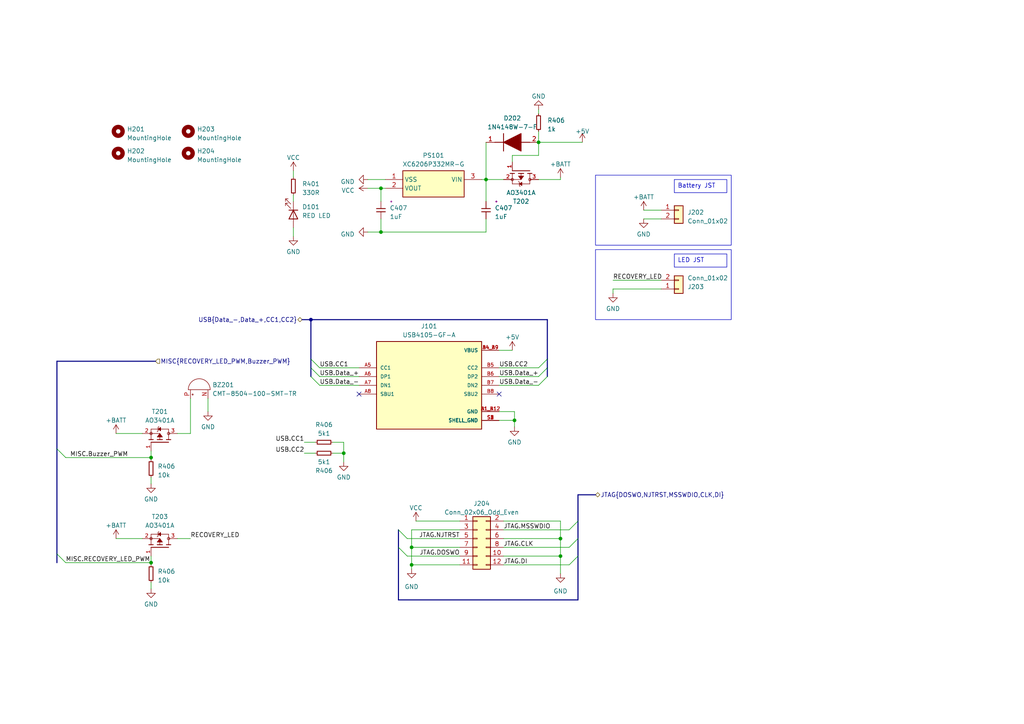
<source format=kicad_sch>
(kicad_sch (version 20230121) (generator eeschema)
  (paper "A4")
  (lib_symbols
    (symbol "Connector_Generic:Conn_01x02" (pin_names (offset 1.016) hide)
      (property "Reference" "J" (at 0 2.54 0))
      (property "Value" "Conn_01x02" (at 0 -5.08 0))
      (symbol "Conn_01x02_1_1"
        (rectangle (start -1.27 -2.413) (end 0 -2.667) (stroke (width 0.1524)))
        (rectangle (start -1.27 0.127) (end 0 -0.127) (stroke (width 0.1524)))
        (rectangle (start -1.27 1.27) (end 1.27 -3.81) (stroke (width 0.254)) (fill (type background)))
        (pin passive line (at -5.08 0 0) (length 3.81) (name "Pin_1") (number "1"))
        (pin passive line (at -5.08 -2.54 0) (length 3.81) (name "Pin_2") (number "2"))
      )
    )
    (symbol "Connector_Generic:Conn_02x06_Odd_Even" (pin_names (offset 1.016) hide)
      (property "Reference" "J" (at 1.27 7.62 0))
      (property "Value" "Conn_02x06_Odd_Even" (at 1.27 -10.16 0))
      (symbol "Conn_02x06_Odd_Even_1_1"
        (rectangle (start -1.27 -7.493) (end 0 -7.747) (stroke (width 0.1524)))
        (rectangle (start -1.27 -4.953) (end 0 -5.207) (stroke (width 0.1524)))
        (rectangle (start -1.27 -2.413) (end 0 -2.667) (stroke (width 0.1524)))
        (rectangle (start -1.27 0.127) (end 0 -0.127) (stroke (width 0.1524)))
        (rectangle (start -1.27 2.667) (end 0 2.413) (stroke (width 0.1524)))
        (rectangle (start -1.27 5.207) (end 0 4.953) (stroke (width 0.1524)))
        (rectangle (start -1.27 6.35) (end 3.81 -8.89) (stroke (width 0.254)) (fill (type background)))
        (rectangle (start 3.81 -7.493) (end 2.54 -7.747) (stroke (width 0.1524)))
        (rectangle (start 3.81 -4.953) (end 2.54 -5.207) (stroke (width 0.1524)))
        (rectangle (start 3.81 -2.413) (end 2.54 -2.667) (stroke (width 0.1524)))
        (rectangle (start 3.81 0.127) (end 2.54 -0.127) (stroke (width 0.1524)))
        (rectangle (start 3.81 2.667) (end 2.54 2.413) (stroke (width 0.1524)))
        (rectangle (start 3.81 5.207) (end 2.54 4.953) (stroke (width 0.1524)))
        (pin passive line (at -5.08 5.08 0) (length 3.81) (name "Pin_1") (number "1"))
        (pin passive line (at 7.62 -5.08 180) (length 3.81) (name "Pin_10") (number "10"))
        (pin passive line (at -5.08 -7.62 0) (length 3.81) (name "Pin_11") (number "11"))
        (pin passive line (at 7.62 -7.62 180) (length 3.81) (name "Pin_12") (number "12"))
        (pin passive line (at 7.62 5.08 180) (length 3.81) (name "Pin_2") (number "2"))
        (pin passive line (at -5.08 2.54 0) (length 3.81) (name "Pin_3") (number "3"))
        (pin passive line (at 7.62 2.54 180) (length 3.81) (name "Pin_4") (number "4"))
        (pin passive line (at -5.08 0 0) (length 3.81) (name "Pin_5") (number "5"))
        (pin passive line (at 7.62 0 180) (length 3.81) (name "Pin_6") (number "6"))
        (pin passive line (at -5.08 -2.54 0) (length 3.81) (name "Pin_7") (number "7"))
        (pin passive line (at 7.62 -2.54 180) (length 3.81) (name "Pin_8") (number "8"))
        (pin passive line (at -5.08 -5.08 0) (length 3.81) (name "Pin_9") (number "9"))
      )
    )
    (symbol "Device:LED" (pin_numbers hide) (pin_names (offset 1.016) hide)
      (property "Reference" "D" (at 0 2.54 0))
      (property "Value" "LED" (at 0 -2.54 0))
      (symbol "LED_0_1"
        (polyline (pts (xy -1.27 -1.27) (xy -1.27 1.27)) (stroke (width 0.254)))
        (polyline (pts (xy -1.27 0) (xy 1.27 0)))
        (polyline (pts (xy 1.27 -1.27) (xy 1.27 1.27) (xy -1.27 0) (xy 1.27 -1.27)) (stroke (width 0.254)))
        (polyline (pts (xy -3.048 -0.762) (xy -4.572 -2.286) (xy -3.81 -2.286) (xy -4.572 -2.286) (xy -4.572 -1.524)))
        (polyline (pts (xy -1.778 -0.762) (xy -3.302 -2.286) (xy -2.54 -2.286) (xy -3.302 -2.286) (xy -3.302 -1.524)))
      )
      (symbol "LED_1_1"
        (pin passive line (at -3.81 0 0) (length 2.54) (name "K") (number "1"))
        (pin passive line (at 3.81 0 180) (length 2.54) (name "A") (number "2"))
      )
    )
    (symbol "JLC-Transistors:AO3401A" (pin_names (offset 1.016))
      (property "Reference" "T" (at -11.43 -1.27 0))
      (property "Value" "AO3401A" (at -11.43 -3.81 0))
      (symbol "AO3401A_0_0"
        (polyline (pts (xy 0 -2.54) (xy 0 2.54)) (stroke (width 0.254)))
        (polyline (pts (xy 0.762 -3.175) (xy 0.762 -2.54)) (stroke (width 0.254)))
        (polyline (pts (xy 0.762 -2.54) (xy 0.762 -1.905)) (stroke (width 0.254)))
        (polyline (pts (xy 0.762 -2.54) (xy 3.81 -2.54)) (stroke (width 0.1524)))
        (polyline (pts (xy 0.762 -0.762) (xy 0.762 0)) (stroke (width 0.254)))
        (polyline (pts (xy 0.762 0) (xy 0.762 0.762)) (stroke (width 0.254)))
        (polyline (pts (xy 0.762 0) (xy 2.54 0)) (stroke (width 0.1524)))
        (polyline (pts (xy 0.762 1.905) (xy 0.762 2.54)) (stroke (width 0.254)))
        (polyline (pts (xy 0.762 2.54) (xy 0.762 3.175)) (stroke (width 0.254)))
        (polyline (pts (xy 2.54 0) (xy 2.54 2.54)) (stroke (width 0.1524)))
        (polyline (pts (xy 2.54 2.54) (xy 0.762 2.54)) (stroke (width 0.1524)))
        (polyline (pts (xy 2.54 2.54) (xy 3.81 2.54)) (stroke (width 0.1524)))
        (polyline (pts (xy 3.048 0.762) (xy 3.302 0.508)) (stroke (width 0.1524)))
        (polyline (pts (xy 3.302 0.508) (xy 3.81 0.508)) (stroke (width 0.1524)))
        (polyline (pts (xy 3.81 -2.54) (xy 3.81 0.508)) (stroke (width 0.1524)))
        (polyline (pts (xy 3.81 0.508) (xy 3.81 2.54)) (stroke (width 0.1524)))
        (polyline (pts (xy 3.81 0.508) (xy 4.318 0.508)) (stroke (width 0.1524)))
        (polyline (pts (xy 4.318 0.508) (xy 4.572 0.254)) (stroke (width 0.1524)))
        (polyline (pts (xy 2.54 0) (xy 1.524 0.762) (xy 1.524 -0.762) (xy 2.54 0)) (stroke (width 0.1524)) (fill (type outline)))
        (polyline (pts (xy 3.81 0.508) (xy 4.318 -0.254) (xy 3.302 -0.254) (xy 3.81 0.508)) (stroke (width 0.1524)) (fill (type outline)))
        (circle (center 2.54 -2.54) (radius 0.3592))
        (circle (center 2.54 2.54) (radius 0.3592))
        (pin passive line (at -2.54 2.54 0) (length 2.54) (name "~") (number "1"))
        (pin passive line (at 2.54 5.08 270) (length 2.54) (name "~") (number "2"))
        (pin passive line (at 2.54 -5.08 90) (length 2.54) (name "~") (number "3"))
      )
    )
    (symbol "Mechanical:MountingHole" (pin_names (offset 1.016))
      (property "Reference" "H" (at 0 5.08 0))
      (property "Value" "MountingHole" (at 0 3.175 0))
      (symbol "MountingHole_0_1"
        (circle (center 0 0) (radius 1.27) (stroke (width 1.27)))
      )
    )
    (symbol "PCM_Generic-50:C,IEC" (pin_numbers hide) (pin_names (offset 0) hide)
      (property "Reference" "C" (at 1.27 1.27 0))
      (property "Value" "C,IEC" (at 1.27 -1.27 0))
      (property "Indicator" "+" (at -1.27 1.27 0))
      (symbol "C,IEC_1_1"
        (polyline (pts (xy -1.27 -0.4572) (xy 1.27 -0.4572)) (stroke (width 0.254)))
        (polyline (pts (xy -1.27 0.4572) (xy 1.27 0.4572)) (stroke (width 0.254)))
        (pin passive line (at 0 2.54 270) (length 2.0828) (name "+") (number "1"))
        (pin passive line (at 0 -2.54 90) (length 2.0828) (name "-") (number "2"))
      )
    )
    (symbol "PCM_Generic-50:R,IEC" (pin_numbers hide) (pin_names (offset 0) hide)
      (property "Reference" "R" (at 1.27 1.27 0))
      (property "Value" "R,IEC" (at 1.27 -1.27 0))
      (symbol "R,IEC_1_1"
        (rectangle (start -0.5588 1.9812) (end 0.5588 -1.9812) (stroke (width 0.254)))
        (pin passive line (at 0 2.54 270) (length 0.5588) (name "+") (number "1"))
        (pin passive line (at 0 -2.54 90) (length 0.5588) (name "-") (number "2"))
      )
    )
    (symbol "SamacSys_Parts:1N4148W-7-F" (pin_names hide)
      (property "Reference" "D" (at 11.43 5.08 0))
      (property "Value" "1N4148W-7-F" (at 11.43 2.54 0))
      (symbol "1N4148W-7-F_1_1"
        (polyline (pts (xy 2.54 0) (xy 5.08 0)) (stroke (width 0.254)))
        (polyline (pts (xy 5.08 2.54) (xy 5.08 -2.54)) (stroke (width 0.254)))
        (polyline (pts (xy 10.16 0) (xy 12.7 0)) (stroke (width 0.254)))
        (polyline (pts (xy 5.08 0) (xy 10.16 2.54) (xy 10.16 -2.54) (xy 5.08 0)) (stroke (width 0.254)) (fill (type outline)))
        (pin passive line (at 0 0 0) (length 2.54) (name "K") (number "1"))
        (pin passive line (at 15.24 0 180) (length 2.54) (name "A") (number "2"))
      )
    )
    (symbol "lil-flite:CMT-8504-100-SMT-TR" (pin_names (offset 0.0254) hide)
      (property "Reference" "BZ" (at 3.81 1.27 0))
      (property "Value" "Buzzer" (at 3.81 -1.27 0))
      (symbol "CMT-8504-100-SMT-TR_0_1"
        (arc (start 0 -3.175) (mid 3.1612 0) (end 0 3.175))
        (polyline (pts (xy -1.651 1.905) (xy -1.143 1.905)))
        (polyline (pts (xy -1.397 2.159) (xy -1.397 1.651)))
        (polyline (pts (xy 0 3.175) (xy 0 -3.175)))
      )
      (symbol "CMT-8504-100-SMT-TR_1_1"
        (pin passive line (at -2.54 -2.54 0) (length 2.54) (name "+") (number "N"))
        (pin passive line (at -2.54 2.54 0) (length 2.54) (name "-") (number "P"))
      )
    )
    (symbol "lil-flite:USB4105-GF-A" (pin_names (offset 1.016))
      (property "Reference" "J" (at -15.24 13.97 0))
      (property "Value" "USB4105-GF-A" (at -15.24 -15.24 0))
      (symbol "USB4105-GF-A_0_0"
        (rectangle (start -15.24 -12.7) (end 15.24 12.7) (stroke (width 0.254)) (fill (type background)))
        (pin power_in line (at 20.32 -7.62 180) (length 5.08) (name "GND") (number "A1_B12"))
        (pin power_in line (at 20.32 10.16 180) (length 5.08) (name "VBUS") (number "A4_B9"))
        (pin bidirectional line (at -20.32 5.08 0) (length 5.08) (name "CC1") (number "A5"))
        (pin bidirectional line (at -20.32 2.54 0) (length 5.08) (name "DP1") (number "A6"))
        (pin bidirectional line (at -20.32 0 0) (length 5.08) (name "DN1") (number "A7"))
        (pin bidirectional line (at -20.32 -2.54 0) (length 5.08) (name "SBU1") (number "A8"))
        (pin power_in line (at 20.32 -7.62 180) (length 5.08) (name "GND") (number "B1_A12"))
        (pin power_in line (at 20.32 10.16 180) (length 5.08) (name "VBUS") (number "B4_A9"))
        (pin bidirectional line (at 20.32 5.08 180) (length 5.08) (name "CC2") (number "B5"))
        (pin bidirectional line (at 20.32 2.54 180) (length 5.08) (name "DP2") (number "B6"))
        (pin bidirectional line (at 20.32 0 180) (length 5.08) (name "DN2") (number "B7"))
        (pin bidirectional line (at 20.32 -2.54 180) (length 5.08) (name "SBU2") (number "B8"))
        (pin power_in line (at 20.32 -10.16 180) (length 5.08) (name "SHELL_GND") (number "S1"))
        (pin power_in line (at 20.32 -10.16 180) (length 5.08) (name "SHELL_GND") (number "S2"))
        (pin power_in line (at 20.32 -10.16 180) (length 5.08) (name "SHELL_GND") (number "S3"))
        (pin power_in line (at 20.32 -10.16 180) (length 5.08) (name "SHELL_GND") (number "S4"))
      )
    )
    (symbol "lil-flite:XC6206P332MR-G"
      (property "Reference" "PS" (at 24.13 7.62 0))
      (property "Value" "XC6206P332MR-G" (at 24.13 5.08 0))
      (symbol "XC6206P332MR-G_1_1"
        (rectangle (start 5.08 2.54) (end 22.86 -5.08) (stroke (width 0.254)) (fill (type background)))
        (pin power_in line (at 0 0 0) (length 5.08) (name "VSS") (number "1"))
        (pin power_in line (at 0 -2.54 0) (length 5.08) (name "VOUT") (number "2"))
        (pin power_in line (at 27.94 0 180) (length 5.08) (name "VIN") (number "3"))
      )
    )
    (symbol "power:+5V" (power) (pin_names (offset 0))
      (property "Value" "+5V" (at 0 3.556 0))
      (symbol "+5V_0_1"
        (polyline (pts (xy -0.762 1.27) (xy 0 2.54)))
        (polyline (pts (xy 0 0) (xy 0 2.54)))
        (polyline (pts (xy 0 2.54) (xy 0.762 1.27)))
      )
      (symbol "+5V_1_1"
        (pin power_in line (at 0 0 90) (length 0) hide (name "+5V") (number "1"))
      )
    )
    (symbol "power:+BATT" (power) (pin_names (offset 0))
      (property "Value" "+BATT" (at 0 3.556 0))
      (symbol "+BATT_0_1"
        (polyline (pts (xy -0.762 1.27) (xy 0 2.54)))
        (polyline (pts (xy 0 0) (xy 0 2.54)))
        (polyline (pts (xy 0 2.54) (xy 0.762 1.27)))
      )
      (symbol "+BATT_1_1"
        (pin power_in line (at 0 0 90) (length 0) hide (name "+BATT") (number "1"))
      )
    )
    (symbol "power:GND" (power) (pin_names (offset 0))
      (property "Value" "GND" (at 0 -3.81 0))
      (symbol "GND_0_1"
        (polyline (pts (xy 0 0) (xy 0 -1.27) (xy 1.27 -1.27) (xy 0 -2.54) (xy -1.27 -1.27) (xy 0 -1.27)))
      )
      (symbol "GND_1_1"
        (pin power_in line (at 0 0 270) (length 0) hide (name "GND") (number "1"))
      )
    )
    (symbol "power:VCC" (power) (pin_names (offset 0))
      (property "Value" "VCC" (at 0 3.81 0))
      (symbol "VCC_0_1"
        (polyline (pts (xy -0.762 1.27) (xy 0 2.54)))
        (polyline (pts (xy 0 0) (xy 0 2.54)))
        (polyline (pts (xy 0 2.54) (xy 0.762 1.27)))
      )
      (symbol "VCC_1_1"
        (pin power_in line (at 0 0 90) (length 0) hide (name "VCC") (number "1"))
      )
    )
  )
  (junction (at 149.225 121.92))
  (junction (at 90.17 92.71))
  (junction (at 156.21 41.275))
  (junction (at 140.97 52.07))
  (junction (at 162.56 161.29))
  (junction (at 99.695 131.445))
  (junction (at 110.49 67.31))
  (junction (at 43.815 163.195))
  (junction (at 119.38 163.83))
  (junction (at 119.38 158.75))
  (junction (at 162.56 156.21))
  (junction (at 110.49 54.61))
  (junction (at 43.815 132.715))
  (no_connect (at 104.14 114.3))
  (no_connect (at 144.78 114.3))
  (bus_entry (at 90.17 106.68) (size 2.54 2.54))
  (bus_entry (at 90.17 109.22) (size 2.54 2.54))
  (bus_entry (at 167.64 151.13) (size -2.54 2.54))
  (bus_entry (at 158.75 109.22) (size -2.54 2.54))
  (bus_entry (at 158.75 104.14) (size -2.54 2.54))
  (bus_entry (at 115.57 158.75) (size 2.54 2.54))
  (bus_entry (at 90.17 104.14) (size 2.54 2.54))
  (bus_entry (at 16.51 130.175) (size 2.54 2.54))
  (bus_entry (at 167.64 156.21) (size -2.54 2.54))
  (bus_entry (at 16.51 160.655) (size 2.54 2.54))
  (bus_entry (at 167.64 161.29) (size -2.54 2.54))
  (bus_entry (at 115.57 153.67) (size 2.54 2.54))
  (bus_entry (at 158.75 106.68) (size -2.54 2.54))
  (wire (pts (xy 92.71 106.68) (xy 104.14 106.68)))
  (wire (pts (xy 96.52 128.27) (xy 99.695 128.27)))
  (wire (pts (xy 162.56 52.07) (xy 162.56 51.435)))
  (wire (pts (xy 99.695 131.445) (xy 99.695 133.985)))
  (bus (pts (xy 16.51 130.175) (xy 16.51 160.655)))
  (wire (pts (xy 149.225 121.92) (xy 149.225 123.825)))
  (wire (pts (xy 146.05 156.21) (xy 162.56 156.21)))
  (wire (pts (xy 144.78 111.76) (xy 156.21 111.76)))
  (wire (pts (xy 43.815 163.195) (xy 43.815 163.83)))
  (wire (pts (xy 156.21 41.275) (xy 156.21 45.085)))
  (wire (pts (xy 156.21 41.275) (xy 168.91 41.275)))
  (wire (pts (xy 156.21 38.1) (xy 156.21 41.275)))
  (wire (pts (xy 191.77 83.82) (xy 177.8 83.82)))
  (wire (pts (xy 148.59 45.085) (xy 148.59 46.99)))
  (wire (pts (xy 156.21 31.75) (xy 156.21 33.02)))
  (bus (pts (xy 167.64 161.29) (xy 167.64 173.99)))
  (wire (pts (xy 96.52 131.445) (xy 99.695 131.445)))
  (wire (pts (xy 165.1 163.83) (xy 146.05 163.83)))
  (wire (pts (xy 51.435 156.21) (xy 55.245 156.21)))
  (bus (pts (xy 16.51 160.655) (xy 16.51 163.195)))
  (wire (pts (xy 140.97 63.5) (xy 140.97 67.31)))
  (wire (pts (xy 186.69 63.5) (xy 191.77 63.5)))
  (wire (pts (xy 33.655 125.73) (xy 41.275 125.73)))
  (wire (pts (xy 140.97 41.275) (xy 140.97 52.07)))
  (bus (pts (xy 115.57 173.99) (xy 115.57 158.75)))
  (wire (pts (xy 119.38 163.83) (xy 119.38 158.75)))
  (bus (pts (xy 167.64 151.13) (xy 167.64 156.21)))
  (wire (pts (xy 119.38 158.75) (xy 133.35 158.75)))
  (wire (pts (xy 149.225 119.38) (xy 149.225 121.92)))
  (wire (pts (xy 60.325 115.57) (xy 60.325 119.38)))
  (wire (pts (xy 85.09 56.515) (xy 85.09 58.42)))
  (bus (pts (xy 90.17 92.71) (xy 90.17 104.14)))
  (wire (pts (xy 177.8 83.82) (xy 177.8 85.09)))
  (bus (pts (xy 158.75 104.14) (xy 158.75 92.71)))
  (wire (pts (xy 110.49 63.5) (xy 110.49 67.31)))
  (wire (pts (xy 140.97 67.31) (xy 110.49 67.31)))
  (wire (pts (xy 165.1 153.67) (xy 146.05 153.67)))
  (bus (pts (xy 158.75 106.68) (xy 158.75 104.14)))
  (wire (pts (xy 19.05 163.195) (xy 43.815 163.195)))
  (bus (pts (xy 90.17 104.14) (xy 90.17 106.68)))
  (wire (pts (xy 88.265 131.445) (xy 91.44 131.445)))
  (wire (pts (xy 156.21 45.085) (xy 148.59 45.085)))
  (wire (pts (xy 162.56 151.13) (xy 162.56 156.21)))
  (wire (pts (xy 19.05 132.715) (xy 43.815 132.715)))
  (wire (pts (xy 186.69 60.96) (xy 191.77 60.96)))
  (wire (pts (xy 144.78 106.68) (xy 156.21 106.68)))
  (wire (pts (xy 106.68 54.61) (xy 110.49 54.61)))
  (wire (pts (xy 162.56 156.21) (xy 162.56 161.29)))
  (bus (pts (xy 167.64 173.99) (xy 115.57 173.99)))
  (wire (pts (xy 144.78 101.6) (xy 148.59 101.6)))
  (wire (pts (xy 43.815 168.91) (xy 43.815 170.815)))
  (wire (pts (xy 120.65 151.13) (xy 133.35 151.13)))
  (bus (pts (xy 16.51 104.775) (xy 45.085 104.775)))
  (wire (pts (xy 156.21 52.07) (xy 162.56 52.07)))
  (wire (pts (xy 85.09 66.04) (xy 85.09 68.58)))
  (wire (pts (xy 85.09 49.53) (xy 85.09 51.435)))
  (wire (pts (xy 110.49 54.61) (xy 111.76 54.61)))
  (wire (pts (xy 140.97 52.07) (xy 140.97 58.42)))
  (wire (pts (xy 43.815 161.29) (xy 43.815 163.195)))
  (wire (pts (xy 88.265 128.27) (xy 91.44 128.27)))
  (bus (pts (xy 115.57 158.75) (xy 115.57 153.67)))
  (wire (pts (xy 99.695 128.27) (xy 99.695 131.445)))
  (wire (pts (xy 118.11 161.29) (xy 133.35 161.29)))
  (wire (pts (xy 43.815 138.43) (xy 43.815 140.335)))
  (bus (pts (xy 158.75 109.22) (xy 158.75 106.68)))
  (wire (pts (xy 43.815 130.81) (xy 43.815 132.715)))
  (wire (pts (xy 144.78 119.38) (xy 149.225 119.38)))
  (wire (pts (xy 144.78 109.22) (xy 156.21 109.22)))
  (wire (pts (xy 140.97 52.07) (xy 146.05 52.07)))
  (wire (pts (xy 162.56 151.13) (xy 146.05 151.13)))
  (wire (pts (xy 119.38 165.1) (xy 119.38 163.83)))
  (wire (pts (xy 140.97 52.07) (xy 139.7 52.07)))
  (bus (pts (xy 158.75 92.71) (xy 90.17 92.71)))
  (bus (pts (xy 16.51 104.775) (xy 16.51 130.175)))
  (wire (pts (xy 146.05 161.29) (xy 162.56 161.29)))
  (wire (pts (xy 118.11 156.21) (xy 133.35 156.21)))
  (wire (pts (xy 33.655 156.21) (xy 41.275 156.21)))
  (wire (pts (xy 55.245 125.73) (xy 55.245 115.57)))
  (wire (pts (xy 119.38 163.83) (xy 133.35 163.83)))
  (bus (pts (xy 87.63 92.71) (xy 90.17 92.71)))
  (bus (pts (xy 167.64 143.51) (xy 167.64 151.13)))
  (bus (pts (xy 90.17 106.68) (xy 90.17 109.22)))
  (wire (pts (xy 177.8 81.28) (xy 191.77 81.28)))
  (wire (pts (xy 144.78 121.92) (xy 149.225 121.92)))
  (wire (pts (xy 92.71 111.76) (xy 104.14 111.76)))
  (wire (pts (xy 146.05 158.75) (xy 165.1 158.75)))
  (wire (pts (xy 51.435 125.73) (xy 55.245 125.73)))
  (bus (pts (xy 172.72 143.51) (xy 167.64 143.51)))
  (wire (pts (xy 110.49 67.31) (xy 106.68 67.31)))
  (wire (pts (xy 162.56 161.29) (xy 162.56 166.37)))
  (wire (pts (xy 43.815 132.715) (xy 43.815 133.35)))
  (wire (pts (xy 119.38 158.75) (xy 119.38 153.67)))
  (wire (pts (xy 111.76 52.07) (xy 106.68 52.07)))
  (bus (pts (xy 167.64 156.21) (xy 167.64 161.29)))
  (wire (pts (xy 119.38 153.67) (xy 133.35 153.67)))
  (wire (pts (xy 110.49 54.61) (xy 110.49 58.42)))
  (wire (pts (xy 92.71 109.22) (xy 104.14 109.22)))
  (rectangle (start 172.72 50.8) (end 212.09 71.12))
  (rectangle (start 172.72 72.39) (end 212.09 92.71))
  (text_box "Battery JST" (at 195.58 52.07 0) (size 15.24 3.81) (effects (font (size 1.27 1.27)) (justify left top)))
  (text_box "LED JST" (at 195.58 73.66 0) (size 15.24 3.81) (effects (font (size 1.27 1.27)) (justify left top)))
  (label "USB.CC1" (at 92.71 106.68 0))
  (label "USB.Data_+" (at 144.78 109.22 0))
  (label "MISC.Buzzer_PWM" (at 20.32 132.715 0))
  (label "USB.CC1" (at 88.265 128.27 180))
  (label "JTAG.CLK" (at 146.05 158.75 0))
  (label "JTAG.MSSWDIO" (at 146.05 153.67 0))
  (label "RECOVERY_LED" (at 177.8 81.28 0))
  (label "JTAG.DOSWO" (at 133.35 161.29 180))
  (label "USB.Data_+" (at 92.71 109.22 0))
  (label "MISC.RECOVERY_LED_PWM" (at 19.05 163.195 0))
  (label "USB.Data_-" (at 92.71 111.76 0))
  (label "USB.CC2" (at 144.78 106.68 0))
  (label "JTAG.DI" (at 146.05 163.83 0))
  (label "RECOVERY_LED" (at 55.245 156.21 0))
  (label "JTAG.NJTRST" (at 133.35 156.21 180))
  (label "USB.Data_-" (at 144.78 111.76 0))
  (label "USB.CC2" (at 88.265 131.445 180))
  (hierarchical_label "USB{Data_-,Data_+,CC1,CC2}" (shape bidirectional) (at 87.63 92.71 180))
  (hierarchical_label "MISC{RECOVERY_LED_PWM,Buzzer_PWM}" (shape input) (at 45.085 104.775 0))
  (hierarchical_label "JTAG{DOSWO,NJTRST,MSSWDIO,CLK,DI}" (shape bidirectional) (at 172.72 143.51 0))
  (symbol (lib_id "power:GND") (at 60.325 119.38 0) (unit 1)
    (property "Reference" "#PWR0101" (effects hide))
    (property "Value" "GND" (at 60.325 123.825 0))
    (instances (project "lil-flite" (path "" (reference "#PWR0101") (unit 1)) (path "" (reference "#PWR0213") (unit 1))))
  )
  (symbol (lib_id "power:GND") (at 149.225 123.825 0) (unit 1)
    (property "Reference" "#PWR0101" (effects hide))
    (property "Value" "GND" (at 149.225 128.27 0))
    (instances (project "lil-flite" (path "" (reference "#PWR0101") (unit 1)) (path "" (reference "#PWR0202") (unit 1))))
  )
  (symbol (lib_id "power:GND") (at 156.21 31.75 180) (unit 1)
    (property "Reference" "#PWR0101" (effects hide))
    (property "Value" "GND" (at 156.21 27.94 0))
    (instances (project "lil-flite" (path "" (reference "#PWR0101") (unit 1)) (path "" (reference "#PWR0220") (unit 1))))
  )
  (symbol (lib_id "power:GND") (at 162.56 166.37 0) (unit 1)
    (property "Reference" "#PWR0101" (effects hide))
    (property "Value" "GND" (at 162.56 171.45 0))
    (instances (project "lil-flite" (path "" (reference "#PWR0101") (unit 1)) (path "" (reference "#PWR0211") (unit 1))))
  )
  (symbol (lib_id "JLC-Transistors:AO3401A") (at 46.355 158.75 90) (unit 1)
    (property "Reference" "T203" (at 46.355 149.86 90))
    (property "Value" "AO3401A" (at 46.355 152.4 90))
    (property "Footprint" "JLC-Transistors:SOT23-3L" (effects hide))
    (property "LCSC_PART" "C15127" (effects hide))
  )
  (symbol (lib_id "Connector_Generic:Conn_01x02") (at 196.85 83.82 0) (mirror x) (unit 1)
    (property "Reference" "J203" (at 199.39 83.185 0) (effects (justify left)))
    (property "Value" "Conn_01x02" (at 199.39 80.645 0) (effects (justify left)))
    (property "Footprint" "Connector_JST:JST_XH_B2B-XH-A_1x02_P2.50mm_Vertical" (effects hide))
  )
  (symbol (lib_id "lil-flite:CMT-8504-100-SMT-TR") (at 57.785 113.03 90) (unit 1)
    (property "Reference" "BZ201" (at 61.595 111.6399 90) (effects (justify right)))
    (property "Value" "CMT-8504-100-SMT-TR" (at 61.595 114.1799 90) (effects (justify right)))
    (property "Footprint" "lil-flite:XDCR_CMT-8504-100-SMT-TR" (effects hide))
  )
  (symbol (lib_id "power:+BATT") (at 33.655 156.21 0) (unit 1)
    (property "Reference" "#PWR0218" (effects hide))
    (property "Value" "+BATT" (at 33.655 152.4 0))
  )
  (symbol (lib_id "PCM_Generic-50:R,IEC") (at 93.98 128.27 270) (unit 1)
    (property "Reference" "R406" (at 93.98 123.19 90))
    (property "Value" "5k1" (at 93.98 125.73 90))
    (property "Footprint" "Resistor_SMD:R_0603_1608Metric_Pad0.98x0.95mm_HandSolder" (effects hide))
    (property "Indicator" "+" (effects hide))
    (instances (project "lil-flite" (path "" (reference "R406") (unit 1)) (path "" (reference "R205") (unit 1))))
  )
  (symbol (lib_id "PCM_Generic-50:R,IEC") (at 43.815 166.37 180) (unit 1)
    (property "Reference" "R406" (at 45.72 165.735 0) (effects (justify right)))
    (property "Value" "10k" (at 45.72 168.275 0) (effects (justify right)))
    (property "Footprint" "Resistor_SMD:R_0603_1608Metric_Pad0.98x0.95mm_HandSolder" (effects hide))
    (property "Indicator" "+" (effects hide))
    (instances (project "lil-flite" (path "" (reference "R406") (unit 1)) (path "" (reference "R203") (unit 1))))
  )
  (symbol (lib_id "SamacSys_Parts:1N4148W-7-F") (at 140.97 41.275 0) (unit 1)
    (property "Reference" "D202" (at 148.59 34.29 0))
    (property "Value" "1N4148W-7-F" (at 148.59 36.83 0))
    (property "Footprint" "SOD3716X145N" (effects hide))
    (property "Datasheet" "https://componentsearchengine.com/Datasheets/2/1N4148W-7-F.pdf" (effects hide))
    (property "Height" "1.45" (effects hide))
    (property "Mouser Part Number" "621-1N4148W-F" (effects hide))
    (property "Mouser Price/Stock" "https://www.mouser.co.uk/ProductDetail/Diodes-Incorporated/1N4148W-7-F?qs=LHX0FizJzg7Ae9ZM8LTAWw%3D%3D" (effects hide))
    (property "Manufacturer_Name" "Diodes Inc." (effects hide))
    (property "Manufacturer_Part_Number" "1N4148W-7-F" (effects hide))
  )
  (symbol (lib_id "power:GND") (at 85.09 68.58 0) (unit 1)
    (property "Reference" "#PWR0101" (effects hide))
    (property "Value" "GND" (at 85.09 73.025 0))
    (instances (project "lil-flite" (path "" (reference "#PWR0101") (unit 1)) (path "" (reference "#PWR0216") (unit 1))))
  )
  (symbol (lib_id "PCM_Generic-50:C,IEC") (at 110.49 60.96 0) (mirror x) (unit 1)
    (property "Reference" "C407" (at 113.03 60.325 0) (effects (justify left)))
    (property "Value" "1uF" (at 113.03 62.865 0) (effects (justify left)))
    (property "Footprint" "Capacitor_SMD:C_0603_1608Metric_Pad1.08x0.95mm_HandSolder" (effects hide))
    (property "Indicator" "+" (at 113.03 58.42 0) (effects (font (size 0.635 0.635)) (justify left)))
    (instances (project "lil-flite" (path "" (reference "C407") (unit 1)) (path "" (reference "C201") (unit 1))))
  )
  (symbol (lib_id "power:GND") (at 43.815 170.815 0) (unit 1)
    (property "Reference" "#PWR0219" (effects hide))
    (property "Value" "GND" (at 43.815 175.26 0))
  )
  (symbol (lib_id "power:+5V") (at 148.59 101.6 0) (unit 1)
    (property "Reference" "#PWR0102" (effects hide))
    (property "Value" "+5V" (at 148.59 97.79 0))
    (instances (project "lil-flite" (path "" (reference "#PWR0102") (unit 1)) (path "" (reference "#PWR0201") (unit 1))))
  )
  (symbol (lib_id "JLC-Transistors:AO3401A") (at 151.13 49.53 90) (mirror x) (unit 1)
    (property "Reference" "T202" (at 151.13 58.42 90))
    (property "Value" "AO3401A" (at 151.13 55.88 90))
    (property "Footprint" "JLC-Transistors:SOT23-3L" (effects hide))
    (property "LCSC_PART" "C15127" (effects hide))
  )
  (symbol (lib_id "power:GND") (at 119.38 165.1 0) (unit 1)
    (property "Reference" "#PWR0101" (effects hide))
    (property "Value" "GND" (at 119.38 170.18 0))
    (instances (project "lil-flite" (path "" (reference "#PWR0101") (unit 1)) (path "" (reference "#PWR0210") (unit 1))))
  )
  (symbol (lib_id "Mechanical:MountingHole") (at 34.29 44.45 0) (unit 1)
    (property "Reference" "H202" (at 36.83 43.815 0) (effects (justify left)))
    (property "Value" "MountingHole" (at 36.83 46.355 0) (effects (justify left)))
    (property "Footprint" "MountingHole:MountingHole_3.2mm_M3_DIN965_Pad_TopBottom" (effects hide))
  )
  (symbol (lib_id "power:GND") (at 186.69 63.5 0) (unit 1)
    (property "Reference" "#PWR0101" (effects hide))
    (property "Value" "GND" (at 186.69 67.945 0))
    (instances (project "lil-flite" (path "" (reference "#PWR0101") (unit 1)) (path "" (reference "#PWR0204") (unit 1))))
  )
  (symbol (lib_id "power:GND") (at 43.815 140.335 0) (unit 1)
    (property "Reference" "#PWR0217" (effects hide))
    (property "Value" "GND" (at 43.815 144.78 0))
  )
  (symbol (lib_id "PCM_Generic-50:R,IEC") (at 156.21 35.56 180) (unit 1)
    (property "Reference" "R406" (at 158.75 34.925 0) (effects (justify right)))
    (property "Value" "1k" (at 158.75 37.465 0) (effects (justify right)))
    (property "Footprint" "Resistor_SMD:R_0603_1608Metric_Pad0.98x0.95mm_HandSolder" (effects hide))
    (property "Indicator" "+" (effects hide))
    (instances (project "lil-flite" (path "" (reference "R406") (unit 1)) (path "" (reference "R204") (unit 1))))
  )
  (symbol (lib_id "Mechanical:MountingHole") (at 54.61 38.1 0) (unit 1)
    (property "Reference" "H203" (at 57.15 37.465 0) (effects (justify left)))
    (property "Value" "MountingHole" (at 57.15 40.005 0) (effects (justify left)))
    (property "Footprint" "MountingHole:MountingHole_3.2mm_M3_DIN965_Pad_TopBottom" (effects hide))
  )
  (symbol (lib_id "power:VCC") (at 106.68 54.61 90) (unit 1)
    (property "Reference" "#PWR0208" (effects hide))
    (property "Value" "VCC" (at 102.87 55.245 90) (effects (justify left)))
  )
  (symbol (lib_id "power:+BATT") (at 33.655 125.73 0) (unit 1)
    (property "Reference" "#PWR0214" (effects hide))
    (property "Value" "+BATT" (at 33.655 121.92 0))
  )
  (symbol (lib_id "PCM_Generic-50:R,IEC") (at 43.815 135.89 180) (unit 1)
    (property "Reference" "R406" (at 45.72 135.255 0) (effects (justify right)))
    (property "Value" "10k" (at 45.72 137.795 0) (effects (justify right)))
    (property "Footprint" "Resistor_SMD:R_0603_1608Metric_Pad0.98x0.95mm_HandSolder" (effects hide))
    (property "Indicator" "+" (effects hide))
    (instances (project "lil-flite" (path "" (reference "R406") (unit 1)) (path "" (reference "R202") (unit 1))))
  )
  (symbol (lib_id "PCM_Generic-50:R,IEC") (at 85.09 53.975 180) (unit 1)
    (property "Reference" "R401" (at 87.63 53.34 0) (effects (justify right)))
    (property "Value" "330R" (at 87.63 55.88 0) (effects (justify right)))
    (property "Footprint" "Resistor_SMD:R_0603_1608Metric_Pad0.98x0.95mm_HandSolder" (effects hide))
    (property "Indicator" "+" (effects hide))
    (instances (project "lil-flite" (path "" (reference "R401") (unit 1)) (path "" (reference "R201") (unit 1))))
  )
  (symbol (lib_id "Connector_Generic:Conn_01x02") (at 196.85 60.96 0) (unit 1)
    (property "Reference" "J202" (at 199.39 61.595 0) (effects (justify left)))
    (property "Value" "Conn_01x02" (at 199.39 64.135 0) (effects (justify left)))
    (property "Footprint" "Connector_JST:JST_XH_B2B-XH-A_1x02_P2.50mm_Vertical" (effects hide))
  )
  (symbol (lib_id "Mechanical:MountingHole") (at 54.61 44.45 0) (unit 1)
    (property "Reference" "H204" (at 57.15 43.815 0) (effects (justify left)))
    (property "Value" "MountingHole" (at 57.15 46.355 0) (effects (justify left)))
    (property "Footprint" "MountingHole:MountingHole_3.2mm_M3_DIN965_Pad_TopBottom" (effects hide))
  )
  (symbol (lib_id "power:VCC") (at 85.09 49.53 0) (unit 1)
    (property "Reference" "#PWR0215" (effects hide))
    (property "Value" "VCC" (at 85.09 45.72 0))
  )
  (symbol (lib_id "power:GND") (at 106.68 67.31 270) (unit 1)
    (property "Reference" "#PWR0101" (effects hide))
    (property "Value" "GND" (at 102.87 67.945 90) (effects (justify right)))
    (instances (project "lil-flite" (path "" (reference "#PWR0101") (unit 1)) (path "" (reference "#PWR0209") (unit 1))))
  )
  (symbol (lib_id "lil-flite:USB4105-GF-A") (at 124.46 111.76 0) (unit 1)
    (property "Reference" "J101" (at 124.46 94.615 0))
    (property "Value" "USB4105-GF-A" (at 124.46 97.155 0))
    (property "Footprint" "lil-flite:GCT_USB4105-GF-A" (effects hide))
    (property "PARTREV" "A3" (effects hide))
    (property "STANDARD" "Manufacturer Recommendations" (effects hide))
    (property "MAXIMUM_PACKAGE_HEIGHT" "3.31 mm" (effects hide))
    (property "MANUFACTURER" "GCT" (effects hide))
    (instances (project "lil-flite" (path "" (reference "J101") (unit 1)) (path "" (reference "J201") (unit 1))))
  )
  (symbol (lib_id "power:GND") (at 99.695 133.985 0) (unit 1)
    (property "Reference" "#PWR0101" (effects hide))
    (property "Value" "GND" (at 99.695 138.43 0))
    (instances (project "lil-flite" (path "" (reference "#PWR0101") (unit 1)) (path "" (reference "#PWR0222") (unit 1))))
  )
  (symbol (lib_id "Mechanical:MountingHole") (at 34.29 38.1 0) (unit 1)
    (property "Reference" "H201" (at 36.83 37.465 0) (effects (justify left)))
    (property "Value" "MountingHole" (at 36.83 40.005 0) (effects (justify left)))
    (property "Footprint" "MountingHole:MountingHole_3.2mm_M3_DIN965_Pad_TopBottom" (effects hide))
  )
  (symbol (lib_id "PCM_Generic-50:C,IEC") (at 140.97 60.96 0) (mirror x) (unit 1)
    (property "Reference" "C407" (at 143.51 60.325 0) (effects (justify left)))
    (property "Value" "1uF" (at 143.51 62.865 0) (effects (justify left)))
    (property "Footprint" "Capacitor_SMD:C_0603_1608Metric_Pad1.08x0.95mm_HandSolder" (effects hide))
    (property "Indicator" "+" (at 143.51 58.42 0) (effects (font (size 0.635 0.635)) (justify left)))
    (instances (project "lil-flite" (path "" (reference "C407") (unit 1)) (path "" (reference "C202") (unit 1))))
  )
  (symbol (lib_id "power:+BATT") (at 186.69 60.96 0) (unit 1)
    (property "Reference" "#PWR0203" (effects hide))
    (property "Value" "+BATT" (at 186.69 57.15 0))
  )
  (symbol (lib_id "power:+BATT") (at 162.56 51.435 0) (unit 1)
    (property "Reference" "#PWR0207" (effects hide))
    (property "Value" "+BATT" (at 162.56 47.625 0))
  )
  (symbol (lib_id "Device:LED") (at 85.09 62.23 270) (unit 1)
    (property "Reference" "D101" (at 87.63 60.0075 90) (effects (justify left)))
    (property "Value" "RED LED" (at 87.63 62.5475 90) (effects (justify left)))
    (property "Footprint" "LED_SMD:LED_0603_1608Metric_Pad1.05x0.95mm_HandSolder" (effects hide))
    (property "LCSC Part #" "C2286" (effects hide))
    (instances (project "lil-flite" (path "" (reference "D101") (unit 1)) (path "" (reference "D201") (unit 1))))
  )
  (symbol (lib_id "Connector_Generic:Conn_02x06_Odd_Even") (at 138.43 156.21 0) (unit 1)
    (property "Reference" "J204" (at 139.7 146.05 0))
    (property "Value" "Conn_02x06_Odd_Even" (at 139.7 148.59 0))
    (property "Footprint" "Connector_PinHeader_1.27mm:PinHeader_2x06_P1.27mm_Vertical" (effects hide))
  )
  (symbol (lib_id "lil-flite:XC6206P332MR-G") (at 111.76 52.07 0) (unit 1)
    (property "Reference" "PS101" (at 125.73 45.085 0))
    (property "Value" "XC6206P332MR-G" (at 125.73 47.625 0))
    (property "Footprint" "lil-flite:SOT95P280X130-3N" (effects hide))
    (property "Datasheet" "https://www.torexsemi.com/file/xc6206/XC6206.pdf" (effects hide))
    (property "Height" "1.3" (effects hide))
    (property "Mouser Part Number" "865-XC6206P332MR-G" (effects hide))
    (property "Mouser Price/Stock" "https://www.mouser.co.uk/ProductDetail/Torex-Semiconductor/XC6206P332MR-G?qs=AsjdqWjXhJ%2FXxNpRY3zZ8g%3D%3D" (effects hide))
    (property "Manufacturer_Name" "Torex" (effects hide))
    (property "Manufacturer_Part_Number" "XC6206P332MR-G" (effects hide))
    (instances (project "lil-flite" (path "" (reference "PS101") (unit 1)) (path "" (reference "PS201") (unit 1))))
  )
  (symbol (lib_id "power:GND") (at 177.8 85.09 0) (unit 1)
    (property "Reference" "#PWR0101" (effects hide))
    (property "Value" "GND" (at 177.8 89.535 0))
    (instances (project "lil-flite" (path "" (reference "#PWR0101") (unit 1)) (path "" (reference "#PWR0205") (unit 1))))
  )
  (symbol (lib_id "PCM_Generic-50:R,IEC") (at 93.98 131.445 270) (mirror x) (unit 1)
    (property "Reference" "R406" (at 93.98 136.525 90))
    (property "Value" "5k1" (at 93.98 133.985 90))
    (property "Footprint" "Resistor_SMD:R_0603_1608Metric_Pad0.98x0.95mm_HandSolder" (effects hide))
    (property "Indicator" "+" (effects hide))
    (instances (project "lil-flite" (path "" (reference "R406") (unit 1)) (path "" (reference "R206") (unit 1))))
  )
  (symbol (lib_id "power:GND") (at 106.68 52.07 270) (unit 1)
    (property "Reference" "#PWR0101" (effects hide))
    (property "Value" "GND" (at 102.87 52.705 90) (effects (justify right)))
    (instances (project "lil-flite" (path "" (reference "#PWR0101") (unit 1)) (path "" (reference "#PWR0206") (unit 1))))
  )
  (symbol (lib_id "JLC-Transistors:AO3401A") (at 46.355 128.27 90) (unit 1)
    (property "Reference" "T201" (at 46.355 119.38 90))
    (property "Value" "AO3401A" (at 46.355 121.92 90))
    (property "Footprint" "JLC-Transistors:SOT23-3L" (effects hide))
    (property "LCSC_PART" "C15127" (effects hide))
  )
  (symbol (lib_id "power:+5V") (at 168.91 41.275 0) (unit 1)
    (property "Reference" "#PWR0221" (effects hide))
    (property "Value" "+5V" (at 168.91 38.1 0))
  )
  (symbol (lib_id "power:VCC") (at 120.65 151.13 0) (unit 1)
    (property "Reference" "#PWR0212" (effects hide))
    (property "Value" "VCC" (at 120.65 147.32 0))
  )
)
</source>
